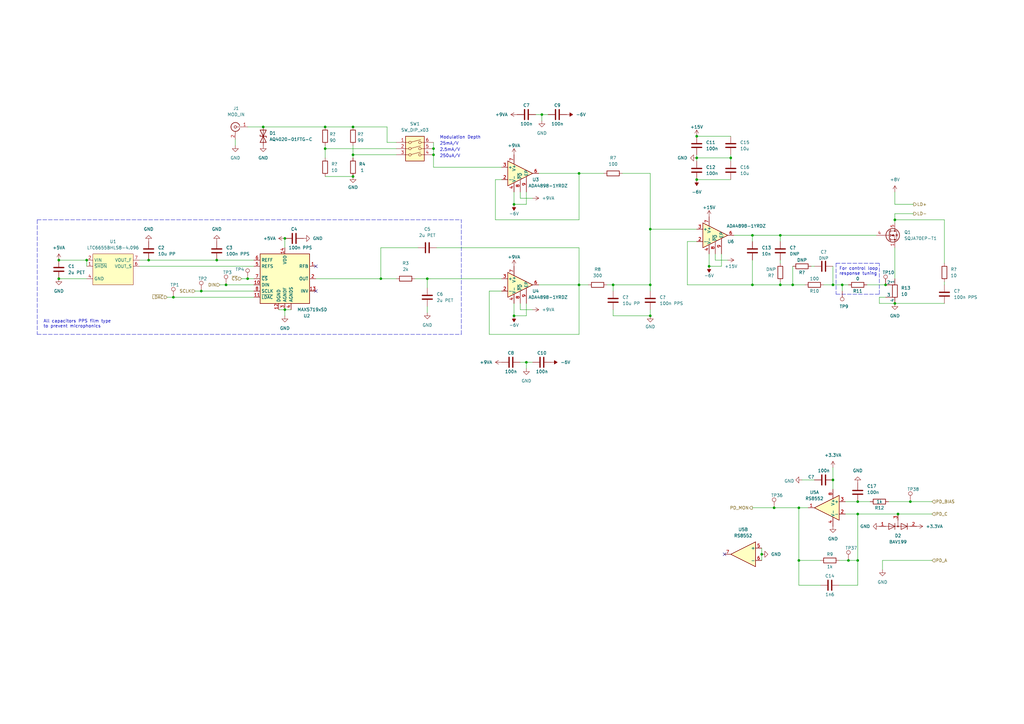
<source format=kicad_sch>
(kicad_sch (version 20211123) (generator eeschema)
  (paper "A3")
  (title_block (title "Kirdy") (date "2022-07-03") (rev "r0.1") (company "M-Labs") (comment 1 "Alex Wong Tat Hang"))
  (lib_symbols
    (symbol "Amplifier_Operational:ADA4898-1YRDZ" (pin_names (offset 0.127))
      (property "Reference" "U" (at 3.81 3.81 0))
      (property "Value" "ADA4898-1YRDZ" (at 11.43 -2.54 0))
      (symbol "ADA4898-1YRDZ_1_1"
        (polyline (pts (xy -5.08 5.08) (xy 5.08 0) (xy -5.08 -5.08) (xy -5.08 5.08)) (stroke (width 0.254)) (fill (type background)))
        (pin input line (at -7.62 -2.54 0) (length 2.54) (name "-") (number "2"))
        (pin input line (at -7.62 2.54 0) (length 2.54) (name "+") (number "3"))
        (pin power_in line (at -2.54 -7.62 90) (length 3.81) (name "V-") (number "4"))
        (pin output line (at 7.62 0 180) (length 2.54) (name "~") (number "6"))
        (pin power_in line (at -2.54 7.62 270) (length 3.81) (name "V+") (number "7"))
        (pin input line (at 0 -7.62 90) (length 5.08) (name "~{PD}") (number "8"))
        (pin passive line (at 2.54 -7.62 90) (length 6.35) (name "EP") (number "9"))
      )
    )
    (symbol "Analog_DAC:MAX5719xSD"
      (property "Reference" "U" (at -10.16 11.43 0))
      (property "Value" "MAX5719xSD" (at 1.27 11.43 0))
      (symbol "MAX5719xSD_0_1"
        (rectangle (start -10.16 10.16) (end 10.16 -10.16) (stroke (width 0.254)) (fill (type background)))
      )
      (symbol "MAX5719xSD_1_1"
        (pin passive line (at 12.7 5.08 180) (length 2.54) (name "RFB") (number "1"))
        (pin input line (at -12.7 -2.54 0) (length 2.54) (name "DIN") (number "10"))
        (pin input line (at -12.7 -7.62 0) (length 2.54) (name "~{LDAC}") (number "11"))
        (pin power_in line (at -2.54 -12.7 90) (length 2.54) (name "DGND") (number "12"))
        (pin passive line (at 12.7 -5.08 180) (length 2.54) (name "INV") (number "13"))
        (pin power_in line (at 0 12.7 270) (length 2.54) (name "VDD") (number "14"))
        (pin output line (at 12.7 0 180) (length 2.54) (name "OUT") (number "2"))
        (pin power_in line (at 0 -12.7 90) (length 2.54) (name "AGNDF") (number "3"))
        (pin power_in line (at 2.54 -12.7 90) (length 2.54) (name "AGNDS") (number "4"))
        (pin input line (at -12.7 5.08 0) (length 2.54) (name "REFS") (number "5"))
        (pin input line (at -12.7 7.62 0) (length 2.54) (name "REFF") (number "6"))
        (pin input line (at -12.7 0 0) (length 2.54) (name "~{CS}") (number "7"))
        (pin input line (at -12.7 -5.08 0) (length 2.54) (name "SCLK") (number "8"))
        (pin no_connect line (at 10.16 -7.62 180) (length 2.54) hide (name "NC") (number "9"))
      )
    )
    (symbol "Connector:Conn_Coaxial" (pin_names (offset 1.016) hide)
      (property "Reference" "J" (at 0.254 3.048 0))
      (property "Value" "Conn_Coaxial" (at 2.921 0 90))
      (symbol "Conn_Coaxial_0_1"
        (arc (start -1.778 -0.508) (mid 0.222 -1.808) (end 1.778 0) (stroke (width 0.254)))
        (polyline (pts (xy -2.54 0) (xy -0.508 0)))
        (polyline (pts (xy 0 -2.54) (xy 0 -1.778)))
        (circle (center 0 0) (radius 0.508) (stroke (width 0.2032)))
        (arc (start 1.778 0) (mid 0.222 1.8083) (end -1.778 0.508) (stroke (width 0.254)))
      )
      (symbol "Conn_Coaxial_1_1"
        (pin passive line (at -5.08 0 0) (length 2.54) (name "In") (number "1"))
        (pin passive line (at 0 -5.08 90) (length 2.54) (name "Ext") (number "2"))
      )
    )
    (symbol "Connector:TestPoint" (pin_numbers hide) (pin_names (offset 0.762) hide)
      (property "Reference" "TP" (at 0 6.858 0))
      (property "Value" "TestPoint" (at 0 5.08 0))
      (symbol "TestPoint_0_1"
        (circle (center 0 3.302) (radius 0.762))
      )
      (symbol "TestPoint_1_1"
        (pin passive line (at 0 0 90) (length 2.54) (name "1") (number "1"))
      )
    )
    (symbol "Device:C" (pin_numbers hide) (pin_names (offset 0.254))
      (property "Reference" "C" (at 0.635 2.54 0))
      (property "Value" "C" (at 0.635 -2.54 0))
      (symbol "C_0_1"
        (polyline (pts (xy -2.032 -0.762) (xy 2.032 -0.762)) (stroke (width 0.508)))
        (polyline (pts (xy -2.032 0.762) (xy 2.032 0.762)) (stroke (width 0.508)))
      )
      (symbol "C_1_1"
        (pin passive line (at 0 3.81 270) (length 2.794) (name "~") (number "1"))
        (pin passive line (at 0 -3.81 90) (length 2.794) (name "~") (number "2"))
      )
    )
    (symbol "Device:D_TVS" (pin_numbers hide) (pin_names (offset 1.016) hide)
      (property "Reference" "D" (at 0 2.54 0))
      (property "Value" "D_TVS" (at 0 -2.54 0))
      (symbol "D_TVS_0_1"
        (polyline (pts (xy 1.27 0) (xy -1.27 0)))
        (polyline (pts (xy 0.508 1.27) (xy 0 1.27) (xy 0 -1.27) (xy -0.508 -1.27)) (stroke (width 0.254)))
        (polyline (pts (xy -2.54 1.27) (xy -2.54 -1.27) (xy 2.54 1.27) (xy 2.54 -1.27) (xy -2.54 1.27)) (stroke (width 0.254)))
      )
      (symbol "D_TVS_1_1"
        (pin passive line (at -3.81 0 0) (length 2.54) (name "A1") (number "1"))
        (pin passive line (at 3.81 0 180) (length 2.54) (name "A2") (number "2"))
      )
    )
    (symbol "Device:R" (pin_numbers hide) (pin_names (offset 0))
      (property "Reference" "R" (at 2.032 0 90))
      (property "Value" "R" (at 0 0 90))
      (symbol "R_0_1"
        (rectangle (start -1.016 -2.54) (end 1.016 2.54) (stroke (width 0.254)))
      )
      (symbol "R_1_1"
        (pin passive line (at 0 3.81 270) (length 1.27) (name "~") (number "1"))
        (pin passive line (at 0 -3.81 90) (length 1.27) (name "~") (number "2"))
      )
    )
    (symbol "Device:R_Shunt" (pin_numbers hide) (pin_names (offset 0))
      (property "Reference" "R" (at -4.445 0 90))
      (property "Value" "R_Shunt" (at -2.54 0 90))
      (symbol "R_Shunt_0_1"
        (rectangle (start -1.016 -2.54) (end 1.016 2.54) (stroke (width 0.254)))
        (polyline (pts (xy 0 -2.54) (xy 1.27 -2.54)))
        (polyline (pts (xy 1.27 2.54) (xy 0 2.54)))
      )
      (symbol "R_Shunt_1_1"
        (pin passive line (at 0 5.08 270) (length 2.54) (name "1") (number "1"))
        (pin passive line (at 3.81 2.54 180) (length 2.54) (name "2") (number "2"))
        (pin passive line (at 3.81 -2.54 180) (length 2.54) (name "3") (number "3"))
        (pin passive line (at 0 -5.08 90) (length 2.54) (name "4") (number "4"))
      )
    )
    (symbol "Diode:BAV99" (pin_names hide)
      (property "Reference" "D" (at 0 5.08 0))
      (property "Value" "BAV99" (at 0 2.54 0))
      (symbol "BAV99_0_1"
        (polyline (pts (xy -5.08 0) (xy 5.08 0)))
      )
      (symbol "BAV99_1_1"
        (polyline (pts (xy 0 0) (xy 0 -2.54)))
        (polyline (pts (xy -1.27 -1.27) (xy -1.27 1.27) (xy -1.27 1.27)) (stroke (width 0.2032)))
        (polyline (pts (xy 3.81 1.27) (xy 3.81 -1.27) (xy 3.81 -1.27)) (stroke (width 0.2032)))
        (polyline (pts (xy -3.81 1.27) (xy -1.27 0) (xy -3.81 -1.27) (xy -3.81 1.27) (xy -3.81 1.27) (xy -3.81 1.27)) (stroke (width 0.2032)))
        (polyline (pts (xy 1.27 1.27) (xy 3.81 0) (xy 1.27 -1.27) (xy 1.27 1.27) (xy 1.27 1.27) (xy 1.27 1.27)) (stroke (width 0.2032)))
        (circle (center 0 0) (radius 0.254) (fill (type outline)))
        (pin passive line (at -7.62 0 0) (length 2.54) (name "K") (number "1"))
        (pin passive line (at 7.62 0 180) (length 2.54) (name "A") (number "2"))
        (pin passive line (at 0 -5.08 90) (length 2.54) (name "K") (number "3"))
      )
    )
    (symbol "Switch:SW_DIP_x03" (pin_names (offset 0) hide)
      (property "Reference" "SW" (at 0 8.89 0))
      (property "Value" "SW_DIP_x03" (at 0 -3.81 0))
      (symbol "SW_DIP_x03_0_0"
        (circle (center -2.032 0) (radius 0.508))
        (circle (center -2.032 2.54) (radius 0.508))
        (circle (center -2.032 5.08) (radius 0.508))
        (polyline (pts (xy -1.524 0.127) (xy 2.3622 1.1684)))
        (polyline (pts (xy -1.524 2.667) (xy 2.3622 3.7084)))
        (polyline (pts (xy -1.524 5.207) (xy 2.3622 6.2484)))
        (circle (center 2.032 0) (radius 0.508))
        (circle (center 2.032 2.54) (radius 0.508))
        (circle (center 2.032 5.08) (radius 0.508))
      )
      (symbol "SW_DIP_x03_0_1"
        (rectangle (start -3.81 7.62) (end 3.81 -2.54) (stroke (width 0.254)) (fill (type background)))
      )
      (symbol "SW_DIP_x03_1_1"
        (pin passive line (at -7.62 5.08 0) (length 5.08) (name "~") (number "1"))
        (pin passive line (at -7.62 2.54 0) (length 5.08) (name "~") (number "2"))
        (pin passive line (at -7.62 0 0) (length 5.08) (name "~") (number "3"))
        (pin passive line (at 7.62 0 180) (length 5.08) (name "~") (number "4"))
        (pin passive line (at 7.62 2.54 180) (length 5.08) (name "~") (number "5"))
        (pin passive line (at 7.62 5.08 180) (length 5.08) (name "~") (number "6"))
      )
    )
    (symbol "Transistor_FET:CSD17507Q5A" (pin_names hide)
      (property "Reference" "Q" (at 5.08 1.905 0))
      (property "Value" "CSD17507Q5A" (at 5.08 0 0))
      (symbol "CSD17507Q5A_0_1"
        (polyline (pts (xy 0.254 0) (xy -2.54 0)))
        (polyline (pts (xy 0.254 1.905) (xy 0.254 -1.905)) (stroke (width 0.254)))
        (polyline (pts (xy 0.762 -1.27) (xy 0.762 -2.286)) (stroke (width 0.254)))
        (polyline (pts (xy 0.762 0.508) (xy 0.762 -0.508)) (stroke (width 0.254)))
        (polyline (pts (xy 0.762 2.286) (xy 0.762 1.27)) (stroke (width 0.254)))
        (polyline (pts (xy 2.54 2.54) (xy 2.54 1.778)))
        (polyline (pts (xy 2.54 -2.54) (xy 2.54 0) (xy 0.762 0)))
        (polyline (pts (xy 0.762 -1.778) (xy 3.302 -1.778) (xy 3.302 1.778) (xy 0.762 1.778)))
        (polyline (pts (xy 1.016 0) (xy 2.032 0.381) (xy 2.032 -0.381) (xy 1.016 0)) (fill (type outline)))
        (polyline (pts (xy 2.794 0.508) (xy 2.921 0.381) (xy 3.683 0.381) (xy 3.81 0.254)))
        (polyline (pts (xy 3.302 0.381) (xy 2.921 -0.254) (xy 3.683 -0.254) (xy 3.302 0.381)))
        (circle (center 1.651 0) (radius 2.794) (stroke (width 0.254)))
        (circle (center 2.54 -1.778) (radius 0.254) (fill (type outline)))
        (circle (center 2.54 1.778) (radius 0.254) (fill (type outline)))
      )
      (symbol "CSD17507Q5A_1_1"
        (pin passive line (at 2.54 -5.08 90) (length 2.54) (name "S") (number "1"))
        (pin passive line (at 2.54 -5.08 90) (length 2.54) hide (name "S") (number "2"))
        (pin passive line (at 2.54 -5.08 90) (length 2.54) hide (name "S") (number "3"))
        (pin passive line (at -5.08 0 0) (length 2.54) (name "G") (number "4"))
        (pin passive line (at 2.54 5.08 270) (length 2.54) (name "D") (number "5"))
      )
    )
    (symbol "kirdy:LTC6655"
      (property "Reference" "U" (at 0 -10.16 0))
      (property "Value" "LTC6655" (at 0 -7.62 0))
      (symbol "LTC6655_0_0"
        (pin input line (at -10.16 2.54 0) (length 2.54) (name "~{SHDN}") (number "1"))
        (pin power_in line (at -10.16 5.08 0) (length 2.54) (name "VIN") (number "2"))
        (pin power_in line (at -10.16 -2.54 0) (length 2.54) hide (name "GND") (number "3"))
        (pin power_in line (at -10.16 -2.54 0) (length 2.54) (name "GND") (number "4"))
        (pin power_in line (at -10.16 -2.54 0) (length 2.54) hide (name "GND") (number "5"))
        (pin passive line (at 11.43 2.54 180) (length 2.54) (name "VOUT_S") (number "6"))
        (pin output line (at 11.43 5.08 180) (length 2.54) (name "VOUT_F") (number "7"))
        (pin power_in line (at -10.16 -2.54 0) (length 2.54) hide (name "GND") (number "8"))
      )
      (symbol "LTC6655_0_1"
        (rectangle (start -7.62 7.62) (end 8.89 -5.08) (fill (type background)))
      )
    )
    (symbol "kirdy:RS8552" (pin_names (offset 0.127))
      (property "Reference" "U" (at 0 5.08 0))
      (property "Value" "RS8552" (at 0 -5.08 0))
      (symbol "RS8552_1_1"
        (polyline (pts (xy -5.08 5.08) (xy 5.08 0) (xy -5.08 -5.08) (xy -5.08 5.08)) (stroke (width 0.254)) (fill (type background)))
        (pin output line (at 7.62 0 180) (length 2.54) (name "~") (number "1"))
        (pin input line (at -7.62 -2.54 0) (length 2.54) (name "-") (number "2"))
        (pin input line (at -7.62 2.54 0) (length 2.54) (name "+") (number "3"))
      )
      (symbol "RS8552_2_1"
        (polyline (pts (xy -5.08 5.08) (xy 5.08 0) (xy -5.08 -5.08) (xy -5.08 5.08)) (stroke (width 0.254)) (fill (type background)))
        (pin input line (at -7.62 2.54 0) (length 2.54) (name "+") (number "5"))
        (pin input line (at -7.62 -2.54 0) (length 2.54) (name "-") (number "6"))
        (pin output line (at 7.62 0 180) (length 2.54) (name "~") (number "7"))
      )
      (symbol "RS8552_3_1"
        (pin power_in line (at -2.54 -7.62 90) (length 3.81) (name "V-") (number "4"))
        (pin power_in line (at -2.54 7.62 270) (length 3.81) (name "V+") (number "8"))
      )
    )
    (symbol "power:+15V" (power) (pin_names (offset 0))
      (property "Value" "+15V" (at 0 3.556 0))
      (symbol "+15V_0_1"
        (polyline (pts (xy -0.762 1.27) (xy 0 2.54)))
        (polyline (pts (xy 0 0) (xy 0 2.54)))
        (polyline (pts (xy 0 2.54) (xy 0.762 1.27)))
      )
      (symbol "+15V_1_1"
        (pin power_in line (at 0 0 90) (length 0) hide (name "+15V") (number "1"))
      )
    )
    (symbol "power:+3.3VA" (power) (pin_names (offset 0))
      (property "Value" "+3.3VA" (at 0 3.556 0))
      (symbol "+3.3VA_0_1"
        (polyline (pts (xy -0.762 1.27) (xy 0 2.54)))
        (polyline (pts (xy 0 0) (xy 0 2.54)))
        (polyline (pts (xy 0 2.54) (xy 0.762 1.27)))
      )
      (symbol "+3.3VA_1_1"
        (pin power_in line (at 0 0 90) (length 0) hide (name "+3.3VA") (number "1"))
      )
    )
    (symbol "power:+5VA" (power) (pin_names (offset 0))
      (property "Value" "+5VA" (at 0 3.556 0))
      (symbol "+5VA_0_1"
        (polyline (pts (xy -0.762 1.27) (xy 0 2.54)))
        (polyline (pts (xy 0 0) (xy 0 2.54)))
        (polyline (pts (xy 0 2.54) (xy 0.762 1.27)))
      )
      (symbol "+5VA_1_1"
        (pin power_in line (at 0 0 90) (length 0) hide (name "+5VA") (number "1"))
      )
    )
    (symbol "power:+8V" (power) (pin_names (offset 0))
      (property "Value" "+8V" (at 0 3.556 0))
      (symbol "+8V_0_1"
        (polyline (pts (xy -0.762 1.27) (xy 0 2.54)))
        (polyline (pts (xy 0 0) (xy 0 2.54)))
        (polyline (pts (xy 0 2.54) (xy 0.762 1.27)))
      )
      (symbol "+8V_1_1"
        (pin power_in line (at 0 0 90) (length 0) hide (name "+8V") (number "1"))
      )
    )
    (symbol "power:+9VA" (power) (pin_names (offset 0))
      (property "Value" "+9VA" (at 0 3.81 0))
      (symbol "+9VA_0_1"
        (polyline (pts (xy -0.762 1.27) (xy 0 2.54)))
        (polyline (pts (xy 0 0) (xy 0 2.54)))
        (polyline (pts (xy 0 2.54) (xy 0.762 1.27)))
      )
      (symbol "+9VA_1_1"
        (pin power_in line (at 0 0 90) (length 0) hide (name "+9VA") (number "1"))
      )
    )
    (symbol "power:-6V" (power) (pin_names (offset 0))
      (property "Value" "-6V" (at 0 3.81 0))
      (symbol "-6V_0_0"
        (pin power_in line (at 0 0 90) (length 0) hide (name "-6V") (number "1"))
      )
      (symbol "-6V_0_1"
        (polyline (pts (xy 0 0) (xy 0 1.27) (xy 0.762 1.27) (xy 0 2.54) (xy -0.762 1.27) (xy 0 1.27)) (fill (type outline)))
      )
    )
    (symbol "power:GND" (power) (pin_names (offset 0))
      (property "Value" "GND" (at 0 -3.81 0))
      (symbol "GND_0_1"
        (polyline (pts (xy 0 0) (xy 0 -1.27) (xy 1.27 -1.27) (xy 0 -2.54) (xy -1.27 -1.27) (xy 0 -1.27)))
      )
      (symbol "GND_1_1"
        (pin power_in line (at 0 0 270) (length 0) hide (name "GND") (number "1"))
      )
    )
  )
  (junction (at 290.83 109.22))
  (junction (at 144.78 72.39))
  (junction (at 237.49 71.12))
  (junction (at 363.22 116.84))
  (junction (at 285.75 64.77))
  (junction (at 347.98 229.87))
  (junction (at 351.79 205.74))
  (junction (at 266.7 116.84))
  (junction (at 116.84 97.79))
  (junction (at 308.61 96.52))
  (junction (at 367.03 90.17))
  (junction (at 107.95 52.07))
  (junction (at 222.25 46.99))
  (junction (at 177.8 63.5))
  (junction (at 351.79 229.87))
  (junction (at 215.9 148.59))
  (junction (at 320.04 116.84))
  (junction (at 285.75 55.88))
  (junction (at 210.82 129.54))
  (junction (at 144.78 52.07))
  (junction (at 92.71 116.84))
  (junction (at 237.49 116.84))
  (junction (at 266.7 93.98))
  (junction (at 210.82 83.82))
  (junction (at 345.44 116.84))
  (junction (at 308.61 116.84))
  (junction (at 156.21 114.3))
  (junction (at 320.04 96.52))
  (junction (at 133.35 52.07))
  (junction (at 373.38 205.74))
  (junction (at 327.66 208.28))
  (junction (at 312.42 227.33))
  (junction (at 351.79 210.82))
  (junction (at 175.26 114.3))
  (junction (at 60.96 106.68))
  (junction (at 299.72 64.77))
  (junction (at 317.5 208.28))
  (junction (at 35.56 106.68))
  (junction (at 251.46 116.84))
  (junction (at 266.7 129.54))
  (junction (at 367.03 124.46))
  (junction (at 285.75 73.66))
  (junction (at 88.9 106.68))
  (junction (at 368.3 210.82))
  (junction (at 24.13 114.3))
  (junction (at 133.35 60.96))
  (junction (at 327.66 229.87))
  (junction (at 82.55 119.38))
  (junction (at 325.12 116.84))
  (junction (at 341.63 196.85))
  (junction (at 71.12 121.92))
  (junction (at 144.78 63.5))
  (junction (at 116.84 127))
  (junction (at 101.5611 114.3))
  (junction (at 24.13 106.68))
  (junction (at 177.8 60.96))
  (junction (at 341.63 116.84))
  (no_connect (at 129.54 119.38))
  (no_connect (at 297.18 227.33))
  (no_connect (at 129.54 109.22))
  (wire (pts (xy 175.26 125.73) (xy 175.26 128.27)))
  (wire (pts (xy 101.5611 114.3) (xy 104.14 114.3)))
  (wire (pts (xy 308.61 208.28) (xy 317.5 208.28)))
  (wire (pts (xy 35.56 106.68) (xy 35.56 109.22)))
  (wire (pts (xy 220.98 116.84) (xy 237.49 116.84)))
  (wire (pts (xy 177.8 60.96) (xy 177.8 63.5)))
  (wire (pts (xy 237.49 116.84) (xy 241.3 116.84)))
  (wire (pts (xy 368.3 210.82) (xy 382.27 210.82)))
  (wire (pts (xy 133.35 72.39) (xy 144.78 72.39)))
  (wire (pts (xy 355.6 116.84) (xy 363.22 116.84)))
  (wire (pts (xy 308.61 96.52) (xy 320.04 96.52)))
  (wire (pts (xy 347.98 229.87) (xy 351.79 229.87)))
  (wire (pts (xy 351.79 229.87) (xy 351.79 210.82)))
  (wire (pts (xy 345.44 119.38) (xy 345.44 116.84)))
  (wire (pts (xy 285.75 64.77) (xy 285.75 66.04)))
  (wire (pts (xy 367.03 91.44) (xy 367.03 90.17)))
  (wire (pts (xy 179.07 101.6) (xy 237.49 101.6)))
  (wire (pts (xy 158.75 58.42) (xy 162.56 58.42)))
  (wire (pts (xy 387.35 107.95) (xy 387.35 90.17)))
  (wire (pts (xy 96.52 59.69) (xy 96.52 57.15)))
  (wire (pts (xy 266.7 119.38) (xy 266.7 116.84)))
  (wire (pts (xy 308.61 96.52) (xy 308.61 99.06)))
  (wire (pts (xy 300.99 96.52) (xy 308.61 96.52)))
  (wire (pts (xy 213.36 127) (xy 218.44 127)))
  (wire (pts (xy 248.92 116.84) (xy 251.46 116.84)))
  (wire (pts (xy 144.78 59.69) (xy 144.78 63.5)))
  (wire (pts (xy 387.35 115.57) (xy 387.35 116.84)))
  (wire (pts (xy 320.04 96.52) (xy 359.41 96.52)))
  (wire (pts (xy 101.6 52.07) (xy 107.95 52.07)))
  (polyline (pts (xy 342.9 120.65) (xy 360.68 120.65)))
  (wire (pts (xy 80.01 119.38) (xy 82.55 119.38)))
  (wire (pts (xy 82.55 119.38) (xy 104.14 119.38)))
  (wire (pts (xy 361.95 229.87) (xy 382.27 229.87)))
  (wire (pts (xy 293.37 106.68) (xy 298.45 106.68)))
  (polyline (pts (xy 342.9 107.95) (xy 360.68 107.95)))
  (wire (pts (xy 360.68 121.92) (xy 360.68 124.46)))
  (wire (pts (xy 177.8 58.42) (xy 177.8 60.96)))
  (wire (pts (xy 320.04 106.68) (xy 320.04 107.95)))
  (wire (pts (xy 327.66 229.87) (xy 327.66 208.28)))
  (wire (pts (xy 60.96 106.68) (xy 88.9 106.68)))
  (wire (pts (xy 90.17 116.84) (xy 92.71 116.84)))
  (wire (pts (xy 133.35 59.69) (xy 133.35 60.96)))
  (wire (pts (xy 220.98 71.12) (xy 237.49 71.12)))
  (wire (pts (xy 222.25 46.99) (xy 222.25 49.53)))
  (wire (pts (xy 251.46 116.84) (xy 266.7 116.84)))
  (wire (pts (xy 237.49 90.17) (xy 237.49 71.12)))
  (wire (pts (xy 99.06 114.3) (xy 101.5611 114.3)))
  (wire (pts (xy 175.26 114.3) (xy 205.74 114.3)))
  (wire (pts (xy 170.18 114.3) (xy 175.26 114.3)))
  (wire (pts (xy 320.04 96.52) (xy 320.04 99.06)))
  (wire (pts (xy 237.49 137.16) (xy 237.49 116.84)))
  (wire (pts (xy 336.55 240.03) (xy 327.66 240.03)))
  (wire (pts (xy 367.03 87.63) (xy 374.65 87.63)))
  (wire (pts (xy 266.7 129.54) (xy 266.7 127)))
  (wire (pts (xy 57.15 109.22) (xy 104.14 109.22)))
  (wire (pts (xy 144.78 63.5) (xy 162.56 63.5)))
  (wire (pts (xy 299.72 64.77) (xy 285.75 64.77)))
  (wire (pts (xy 222.25 46.99) (xy 224.79 46.99)))
  (wire (pts (xy 200.66 119.38) (xy 200.66 137.16)))
  (wire (pts (xy 215.9 83.82) (xy 215.9 78.74)))
  (wire (pts (xy 210.82 78.74) (xy 210.82 83.82)))
  (wire (pts (xy 215.9 129.54) (xy 215.9 124.46)))
  (wire (pts (xy 156.21 101.6) (xy 156.21 114.3)))
  (wire (pts (xy 71.12 121.92) (xy 104.14 121.92)))
  (wire (pts (xy 373.38 205.74) (xy 382.27 205.74)))
  (wire (pts (xy 171.45 101.6) (xy 156.21 101.6)))
  (polyline (pts (xy 15.24 90.17) (xy 189.23 90.17)))
  (wire (pts (xy 367.03 124.46) (xy 387.35 124.46)))
  (wire (pts (xy 361.95 233.68) (xy 361.95 229.87)))
  (wire (pts (xy 215.9 148.59) (xy 218.44 148.59)))
  (wire (pts (xy 107.95 52.07) (xy 133.35 52.07)))
  (wire (pts (xy 325.12 109.22) (xy 325.12 116.84)))
  (wire (pts (xy 213.36 78.74) (xy 213.36 81.28)))
  (wire (pts (xy 133.35 52.07) (xy 144.78 52.07)))
  (wire (pts (xy 210.82 83.82) (xy 215.9 83.82)))
  (wire (pts (xy 213.36 148.59) (xy 215.9 148.59)))
  (wire (pts (xy 341.63 116.84) (xy 345.44 116.84)))
  (wire (pts (xy 266.7 71.12) (xy 266.7 93.98)))
  (wire (pts (xy 290.83 109.22) (xy 295.91 109.22)))
  (wire (pts (xy 219.71 46.99) (xy 222.25 46.99)))
  (wire (pts (xy 205.74 73.66) (xy 203.2 73.66)))
  (polyline (pts (xy 360.68 120.65) (xy 360.68 107.95)))
  (wire (pts (xy 360.68 121.92) (xy 363.22 121.92)))
  (wire (pts (xy 317.5 208.28) (xy 327.66 208.28)))
  (wire (pts (xy 344.17 229.87) (xy 347.98 229.87)))
  (wire (pts (xy 57.15 106.68) (xy 60.96 106.68)))
  (wire (pts (xy 200.66 137.16) (xy 237.49 137.16)))
  (wire (pts (xy 213.36 124.46) (xy 213.36 127)))
  (wire (pts (xy 129.54 114.3) (xy 156.21 114.3)))
  (wire (pts (xy 88.9 106.68) (xy 104.14 106.68)))
  (wire (pts (xy 337.82 116.84) (xy 341.63 116.84)))
  (wire (pts (xy 364.49 205.74) (xy 373.38 205.74)))
  (wire (pts (xy 255.27 71.12) (xy 266.7 71.12)))
  (wire (pts (xy 24.13 106.68) (xy 35.56 106.68)))
  (wire (pts (xy 341.63 191.77) (xy 341.63 196.85)))
  (wire (pts (xy 24.13 114.3) (xy 35.56 114.3)))
  (wire (pts (xy 346.71 205.74) (xy 351.79 205.74)))
  (wire (pts (xy 387.35 90.17) (xy 367.03 90.17)))
  (wire (pts (xy 210.82 129.54) (xy 215.9 129.54)))
  (wire (pts (xy 144.78 63.5) (xy 144.78 64.77)))
  (wire (pts (xy 290.83 104.14) (xy 290.83 109.22)))
  (polyline (pts (xy 15.24 90.17) (xy 15.24 137.16)))
  (wire (pts (xy 345.44 116.84) (xy 347.98 116.84)))
  (wire (pts (xy 133.35 60.96) (xy 162.56 60.96)))
  (wire (pts (xy 281.94 116.84) (xy 281.94 99.06)))
  (wire (pts (xy 327.66 240.03) (xy 327.66 229.87)))
  (wire (pts (xy 116.84 97.79) (xy 116.84 101.6)))
  (wire (pts (xy 293.37 104.14) (xy 293.37 106.68)))
  (wire (pts (xy 177.8 68.58) (xy 205.74 68.58)))
  (wire (pts (xy 327.66 229.87) (xy 336.55 229.87)))
  (polyline (pts (xy 342.9 107.95) (xy 342.9 120.65)))
  (wire (pts (xy 237.49 71.12) (xy 247.65 71.12)))
  (wire (pts (xy 351.79 205.74) (xy 356.87 205.74)))
  (wire (pts (xy 325.12 116.84) (xy 330.2 116.84)))
  (wire (pts (xy 312.42 224.79) (xy 312.42 227.33)))
  (wire (pts (xy 367.03 83.82) (xy 374.65 83.82)))
  (wire (pts (xy 308.61 116.84) (xy 281.94 116.84)))
  (wire (pts (xy 266.7 116.84) (xy 266.7 93.98)))
  (wire (pts (xy 203.2 90.17) (xy 237.49 90.17)))
  (wire (pts (xy 114.3 127) (xy 116.84 127)))
  (wire (pts (xy 312.42 227.33) (xy 312.42 229.87)))
  (wire (pts (xy 266.7 93.98) (xy 285.75 93.98)))
  (wire (pts (xy 68.58 121.92) (xy 71.12 121.92)))
  (wire (pts (xy 156.21 114.3) (xy 162.56 114.3)))
  (wire (pts (xy 213.36 81.28) (xy 218.44 81.28)))
  (polyline (pts (xy 15.24 137.16) (xy 189.23 137.16)))
  (wire (pts (xy 251.46 127) (xy 251.46 129.54)))
  (wire (pts (xy 320.04 115.57) (xy 320.04 116.84)))
  (wire (pts (xy 367.03 90.17) (xy 367.03 87.63)))
  (wire (pts (xy 328.93 196.85) (xy 334.01 196.85)))
  (wire (pts (xy 344.17 240.03) (xy 351.79 240.03)))
  (wire (pts (xy 210.82 124.46) (xy 210.82 129.54)))
  (wire (pts (xy 341.63 196.85) (xy 341.63 200.66)))
  (wire (pts (xy 251.46 119.38) (xy 251.46 116.84)))
  (wire (pts (xy 346.71 210.82) (xy 351.79 210.82)))
  (wire (pts (xy 341.63 109.22) (xy 341.63 116.84)))
  (wire (pts (xy 351.79 240.03) (xy 351.79 229.87)))
  (wire (pts (xy 327.66 208.28) (xy 331.47 208.28)))
  (wire (pts (xy 299.72 63.5) (xy 299.72 64.77)))
  (wire (pts (xy 367.03 78.74) (xy 367.03 83.82)))
  (wire (pts (xy 332.74 109.22) (xy 334.01 109.22)))
  (wire (pts (xy 92.71 116.84) (xy 104.14 116.84)))
  (wire (pts (xy 133.35 60.96) (xy 133.35 64.77)))
  (wire (pts (xy 116.84 127) (xy 116.84 129.54)))
  (wire (pts (xy 237.49 101.6) (xy 237.49 116.84)))
  (wire (pts (xy 299.72 64.77) (xy 299.72 66.04)))
  (wire (pts (xy 175.26 114.3) (xy 175.26 118.11)))
  (wire (pts (xy 177.8 63.5) (xy 177.8 68.58)))
  (wire (pts (xy 144.78 52.07) (xy 158.75 52.07)))
  (wire (pts (xy 360.68 124.46) (xy 367.03 124.46)))
  (wire (pts (xy 205.74 119.38) (xy 200.66 119.38)))
  (wire (pts (xy 285.75 63.5) (xy 285.75 64.77)))
  (wire (pts (xy 251.46 129.54) (xy 266.7 129.54)))
  (wire (pts (xy 285.75 55.88) (xy 299.72 55.88)))
  (wire (pts (xy 351.79 210.82) (xy 368.3 210.82)))
  (wire (pts (xy 308.61 116.84) (xy 320.04 116.84)))
  (wire (pts (xy 285.75 73.66) (xy 299.72 73.66)))
  (wire (pts (xy 367.03 101.6) (xy 367.03 114.3)))
  (wire (pts (xy 158.75 52.07) (xy 158.75 58.42)))
  (wire (pts (xy 295.91 109.22) (xy 295.91 104.14)))
  (wire (pts (xy 308.61 106.68) (xy 308.61 116.84)))
  (wire (pts (xy 215.9 148.59) (xy 215.9 151.13)))
  (wire (pts (xy 320.04 116.84) (xy 325.12 116.84)))
  (polyline (pts (xy 189.23 137.16) (xy 189.23 90.17)))
  (wire (pts (xy 116.84 127) (xy 119.38 127)))
  (wire (pts (xy 203.2 73.66) (xy 203.2 90.17)))
  (wire (pts (xy 281.94 99.06) (xy 285.75 99.06)))
  (text "250uA/V" (at 180.34 64.77 0) (effects (font (size 1.27 1.27)) (justify left bottom)))
  (text "All capacitors PPS film type\nto prevent microphonics " (at 17.78 134.62 0) (effects (font (size 1.27 1.27)) (justify left bottom)))
  (text "2.5mA/V" (at 180.34 62.23 0) (effects (font (size 1.27 1.27)) (justify left bottom)))
  (text "For control loop\nresponse tuning" (at 344.17 113.03 0) (effects (font (size 1.27 1.27)) (justify left bottom)))
  (text "25mA/V" (at 180.34 59.69 0) (effects (font (size 1.27 1.27)) (justify left bottom)))
  (text "Modulation Depth" (at 180.34 57.15 0) (effects (font (size 1.27 1.27)) (justify left bottom)))
  (hierarchical_label "~{LDAC}" (shape input) (at 68.58 121.92 180))
  (hierarchical_label "PD_BIAS" (shape input) (at 382.27 205.74 0))
  (hierarchical_label "LD+" (shape output) (at 374.65 83.82 0))
  (hierarchical_label "SCLK" (shape input) (at 80.01 119.38 180))
  (hierarchical_label "PD_MON" (shape output) (at 308.61 208.28 180))
  (hierarchical_label "PD_C" (shape input) (at 382.27 210.82 0))
  (hierarchical_label "PD_A" (shape input) (at 382.27 229.87 0))
  (hierarchical_label "DIN" (shape input) (at 90.17 116.84 180))
  (hierarchical_label "LD-" (shape output) (at 374.65 87.63 0))
  (hierarchical_label "~{CS}" (shape input) (at 99.06 114.3 180))
  (symbol (lib_id "Connector:TestPoint") (at 363.22 116.84 0) (unit 1)
    (property "Reference" "TP10" (at 361.95 111.76 0) (effects (justify left)))
    (property "Value" "TestPoint" (effects hide))
    (property "Footprint" "TestPoint:TestPoint_Pad_2.0x2.0mm" (effects hide))
  )
  (symbol (lib_id "Device:C") (at 351.79 201.93 0) (unit 1)
    (property "Reference" "C17" (at 355.6 199.39 0) (effects (justify left)))
    (property "Value" "100n" (at 355.6 201.93 0) (effects (justify left)))
    (property "Footprint" "Capacitor_SMD:C_0603_1608Metric" (effects hide))
    (property "MFR_PN" "CL10B104KB8NNWC" (effects hide))
    (property "MFR_PN_ALT" "CL10B104KB8NNNL" (effects hide))
  )
  (symbol (lib_id "Device:R") (at 320.04 111.76 180) (unit 1)
    (property "Reference" "R?" (at 316.23 113.03 0))
    (property "Value" "DNP" (at 316.23 110.49 0))
    (property "Footprint" "Resistor_SMD:R_0603_1608Metric" (effects hide))
  )
  (symbol (lib_id "Diode:BAV99") (at 368.3 215.9 0) (mirror x) (unit 1)
    (property "Reference" "D2" (at 368.3 219.71 0))
    (property "Value" "BAV199" (at 368.3 222.25 0))
    (property "Footprint" "Package_TO_SOT_SMD:SOT-23" (effects hide))
    (property "Datasheet" "https://assets.nexperia.com/documents/data-sheet/BAV99_SER.pdf" (effects hide))
    (property "MFR_PN" "BAV199W-7" (effects hide))
    (property "MFR_PN_ALT" "BAV199E6327HTSA1" (effects hide))
  )
  (symbol (lib_id "Connector:TestPoint") (at 101.5611 114.3 0) (unit 1)
    (property "Reference" "TP4" (at 96.52 110.49 0) (effects (justify left)))
    (property "Value" "TestPoint" (effects hide))
    (property "Footprint" "TestPoint:TestPoint_Pad_2.0x2.0mm" (effects hide))
  )
  (symbol (lib_id "power:GND") (at 328.93 196.85 270) (unit 1)
    (property "Reference" "#PWR?" (effects hide))
    (property "Value" "GND" (at 325.7551 197.2838 90) (effects (justify right)))
  )
  (symbol (lib_id "power:GND") (at 360.68 215.9 270) (unit 1)
    (property "Reference" "#PWR036" (effects hide))
    (property "Value" "GND" (at 356.87 215.8999 90) (effects (justify right)))
  )
  (symbol (lib_id "power:-6V") (at 232.41 46.99 270) (unit 1)
    (property "Reference" "#PWR022" (effects hide))
    (property "Value" "-6V" (at 236.22 46.9899 90) (effects (justify left)))
  )
  (symbol (lib_id "Device:C") (at 175.26 101.6 90) (unit 1)
    (property "Reference" "C5" (at 175.26 93.98 90))
    (property "Value" "2u PET" (at 175.26 96.52 90))
    (property "Footprint" "Capacitor_SMD:C_1812_4532Metric" (effects hide))
    (property "MFR_PN" "35MU225MC14532" (effects hide))
  )
  (symbol (lib_id "power:+15V") (at 285.75 55.88 0) (unit 1)
    (property "Reference" "#PWR028" (effects hide))
    (property "Value" "+15V" (at 285.75 52.07 0))
  )
  (symbol (lib_id "Device:R") (at 351.79 116.84 90) (unit 1)
    (property "Reference" "R11" (at 351.79 119.38 90))
    (property "Value" "0" (at 351.79 114.3 90))
    (property "Footprint" "Resistor_SMD:R_0603_1608Metric" (effects hide))
    (property "MFR_PN" "RMCF0603ZT0R00" (effects hide))
    (property "MFR_PN_ALT" "CR0603-J/-000ELF" (effects hide))
  )
  (symbol (lib_id "power:-6V") (at 226.06 148.59 270) (unit 1)
    (property "Reference" "#PWR023" (effects hide))
    (property "Value" "-6V" (at 229.87 148.5899 90) (effects (justify left)))
  )
  (symbol (lib_id "Device:C") (at 228.6 46.99 90) (unit 1)
    (property "Reference" "C9" (at 228.6 43.18 90))
    (property "Value" "100n" (at 228.6 50.8 90))
    (property "Footprint" "Capacitor_SMD:C_0603_1608Metric" (effects hide))
    (property "MFR_PN" "CL10B104KB8NNWC" (effects hide))
    (property "MFR_PN_ALT" "CL10B104KB8NNNL" (effects hide))
  )
  (symbol (lib_id "power:GND") (at 351.79 198.12 180) (unit 1)
    (property "Reference" "#PWR033" (effects hide))
    (property "Value" "GND" (at 351.79 193.04 0))
  )
  (symbol (lib_id "Connector:TestPoint") (at 71.12 121.92 0) (unit 1)
    (property "Reference" "TP1" (at 69.85 116.84 0) (effects (justify left)))
    (property "Value" "TestPoint" (effects hide))
    (property "Footprint" "TestPoint:TestPoint_Pad_2.0x2.0mm" (effects hide))
  )
  (symbol (lib_id "power:+5VA") (at 24.13 106.68 0) (unit 1)
    (property "Reference" "#PWR01" (effects hide))
    (property "Value" "+5VA" (at 24.13 101.6 0))
  )
  (symbol (lib_id "Device:C") (at 299.72 69.85 0) (unit 1)
    (property "Reference" "C16" (at 303.53 68.5799 0) (effects (justify left)))
    (property "Value" "10u" (at 303.53 71.1199 0) (effects (justify left)))
    (property "Footprint" "Capacitor_SMD:C_0805_2012Metric" (effects hide))
    (property "MFR_PN" "CL21B106KOQNNNG" (effects hide))
    (property "MFR_PN_ALT" "CL21B106KOQNNNE" (effects hide))
  )
  (symbol (lib_id "Device:C") (at 60.96 102.87 0) (unit 1)
    (property "Reference" "C2" (at 64.77 101.5999 0) (effects (justify left)))
    (property "Value" "10u PP" (at 64.77 104.1399 0) (effects (justify left)))
    (property "Footprint" "Capacitor_SMD:C_1812_4532Metric" (effects hide))
    (property "MFR_PN" "16MU106MC44532" (effects hide))
  )
  (symbol (lib_id "Connector:TestPoint") (at 345.44 119.38 180) (unit 1)
    (property "Reference" "TP9" (at 347.98 125.73 0) (effects (justify left)))
    (property "Value" "TestPoint" (effects hide))
    (property "Footprint" "TestPoint:TestPoint_Pad_2.0x2.0mm" (effects hide))
  )
  (symbol (lib_id "Device:C") (at 320.04 102.87 0) (unit 1)
    (property "Reference" "C?" (at 323.85 101.5999 0) (effects (justify left)))
    (property "Value" "DNP" (at 323.85 104.1399 0) (effects (justify left)))
    (property "Footprint" "Capacitor_SMD:C_0603_1608Metric" (effects hide))
  )
  (symbol (lib_id "Device:R") (at 334.01 116.84 90) (unit 1)
    (property "Reference" "R10" (at 334.01 119.38 90))
    (property "Value" "100" (at 334.01 114.3 90))
    (property "Footprint" "Resistor_SMD:R_0603_1608Metric" (effects hide))
    (property "MFR_PN" "WR06X1000FTL" (effects hide))
    (property "MFR_PN_ALT" "RMCF0603FT100R" (effects hide))
  )
  (symbol (lib_id "Device:R") (at 387.35 111.76 180) (unit 1)
    (property "Reference" "R?" (at 391.16 110.49 0))
    (property "Value" "10" (at 391.16 113.03 0))
    (property "Footprint" "Resistor_SMD:R_0603_1608Metric" (effects hide))
    (property "MFR_PN" "RT0603BRD0710RL" (effects hide))
    (property "MFR_PN_ALT" "WR06X10R0FTL" (effects hide))
  )
  (symbol (lib_id "power:GND") (at 116.84 129.54 0) (unit 1)
    (property "Reference" "#PWR06" (effects hide))
    (property "Value" "GND" (at 116.84 134.62 0))
  )
  (symbol (lib_id "Amplifier_Operational:ADA4898-1YRDZ") (at 293.37 96.52 0) (unit 1)
    (property "Reference" "U6" (at 299.72 99.06 0))
    (property "Value" "ADA4898-1YRDZ" (at 306.07 92.71 0))
    (property "Footprint" "Package_SO:SOIC-8-1EP_3.9x4.9mm_P1.27mm_EP2.29x3mm" (effects hide))
    (property "Datasheet" "https://www.analog.com/media/en/technical-documentation/data-sheets/ada4898-1_4898-2.pdf" (effects hide))
    (property "MFR_PN" "ADA4898-1YRDZ" (effects hide))
  )
  (symbol (lib_id "Device:C") (at 308.61 102.87 0) (unit 1)
    (property "Reference" "C13" (at 312.42 101.5999 0) (effects (justify left)))
    (property "Value" "10n" (at 312.42 104.1399 0) (effects (justify left)))
    (property "Footprint" "Capacitor_SMD:C_0603_1608Metric" (effects hide))
    (property "MFR_PN" "0603B103K500CT" (effects hide))
    (property "MFR_PN_ALT" "CL10B103KB8NNNC" (effects hide))
  )
  (symbol (lib_id "Connector:TestPoint") (at 373.38 205.74 0) (unit 1)
    (property "Reference" "TP38" (at 372.11 200.66 0) (effects (justify left)))
    (property "Value" "TestPoint" (effects hide))
    (property "Footprint" "TestPoint:TestPoint_Pad_2.0x2.0mm" (effects hide))
  )
  (symbol (lib_id "Device:R") (at 245.11 116.84 90) (unit 1)
    (property "Reference" "R8" (at 245.11 110.49 90))
    (property "Value" "300" (at 245.11 113.03 90))
    (property "Footprint" "Resistor_SMD:R_0603_1608Metric" (effects hide))
    (property "MFR_PN" "RT0603FRE07300RL" (effects hide))
    (property "MFR_PN_ALT" "RC0603FR-10300RL" (effects hide))
  )
  (symbol (lib_id "power:GND") (at 124.46 97.79 90) (unit 1)
    (property "Reference" "#PWR07" (effects hide))
    (property "Value" "GND" (at 128.27 97.7899 90) (effects (justify right)))
  )
  (symbol (lib_id "Device:R") (at 133.35 68.58 180) (unit 1)
    (property "Reference" "R?" (at 137.16 67.31 0))
    (property "Value" "10" (at 137.16 69.85 0))
    (property "Footprint" "Resistor_SMD:R_0603_1608Metric" (effects hide))
    (property "MFR_PN" "RT0603BRD0710RL" (effects hide))
    (property "MFR_PN_ALT" "WR06X10R0FTL" (effects hide))
  )
  (symbol (lib_id "power:GND") (at 24.13 114.3 0) (unit 1)
    (property "Reference" "#PWR02" (effects hide))
    (property "Value" "GND" (at 24.13 119.38 0))
  )
  (symbol (lib_id "kirdy:RS8552") (at 304.8 227.33 0) (mirror y) (unit 2)
    (property "Reference" "U5" (at 304.8 217.17 0))
    (property "Value" "RS8552" (at 304.8 219.71 0))
    (property "Footprint" "Package_SO:SOIC-8_3.9x4.9mm_P1.27mm" (effects hide))
    (property "Datasheet" "https://datasheet.lcsc.com/lcsc/2010160333_Jiangsu-RUNIC-Tech-RS8554XP_C236997.pdf" (effects hide))
    (property "MFR_PN" "RS8552XK" (effects hide))
  )
  (symbol (lib_id "kirdy:RS8552") (at 339.09 208.28 0) (mirror y) (unit 1)
    (property "Reference" "U5" (at 334.01 201.93 0))
    (property "Value" "RS8552" (at 334.01 204.47 0))
    (property "Footprint" "Package_SO:SOIC-8_3.9x4.9mm_P1.27mm" (effects hide))
    (property "Datasheet" "https://datasheet.lcsc.com/lcsc/2010160333_Jiangsu-RUNIC-Tech-RS8554XP_C236997.pdf" (effects hide))
    (property "MFR_PN" "RS8552XK" (effects hide))
  )
  (symbol (lib_id "Connector:TestPoint") (at 347.98 229.87 0) (unit 1)
    (property "Reference" "TP37" (at 346.71 224.79 0) (effects (justify left)))
    (property "Value" "TestPoint" (effects hide))
    (property "Footprint" "TestPoint:TestPoint_Pad_2.0x2.0mm" (effects hide))
  )
  (symbol (lib_id "power:GND") (at 60.96 99.06 180) (unit 1)
    (property "Reference" "#PWR03" (effects hide))
    (property "Value" "GND" (at 60.96 93.98 0))
  )
  (symbol (lib_id "Device:C") (at 340.36 240.03 90) (unit 1)
    (property "Reference" "C14" (at 340.36 236.22 90))
    (property "Value" "1n6" (at 340.36 243.84 90))
    (property "Footprint" "Capacitor_SMD:C_0603_1608Metric" (effects hide))
    (property "MFR_PN" "GCM1885C1H162FA16D" (effects hide))
    (property "MFR_PN_ALT" "C0603C162J5GAC7867" (effects hide))
  )
  (symbol (lib_id "Device:R") (at 360.68 205.74 90) (unit 1)
    (property "Reference" "R12" (at 360.68 208.28 90))
    (property "Value" "1k" (at 360.68 205.74 90))
    (property "Footprint" "Resistor_SMD:R_0603_1608Metric" (effects hide))
    (property "MFR_PN" "RNCP0603FTD1K00" (effects hide))
    (property "MFR_PN_ALT" "WR06X1001FTL" (effects hide))
  )
  (symbol (lib_id "Device:C") (at 251.46 123.19 0) (unit 1)
    (property "Reference" "C?" (at 255.27 121.9199 0) (effects (justify left)))
    (property "Value" "10u PP" (at 255.27 124.4599 0) (effects (justify left)))
    (property "Footprint" "Capacitor_SMD:C_1812_4532Metric" (effects hide))
    (property "MFR_PN" "16MU106MC44532" (effects hide))
  )
  (symbol (lib_id "Switch:SW_DIP_x03") (at 170.18 63.5 0) (unit 1)
    (property "Reference" "SW1" (at 170.18 50.8 0))
    (property "Value" "SW_DIP_x03" (at 170.18 53.34 0))
    (property "Footprint" "Button_Switch_SMD:SW_DIP_SPSTx03_Slide_Omron_A6S-310x_W8.9mm_P2.54mm" (effects hide))
    (property "MFR_PN" "A6SN-3104" (effects hide))
    (property "MFR_PN_ALT" "A6S-3102" (effects hide))
  )
  (symbol (lib_id "Amplifier_Operational:ADA4898-1YRDZ") (at 213.36 116.84 0) (unit 1)
    (property "Reference" "U4" (at 219.71 119.38 0))
    (property "Value" "ADA4898-1YRDZ" (at 224.79 121.92 0))
    (property "Footprint" "Package_SO:SOIC-8-1EP_3.9x4.9mm_P1.27mm_EP2.29x3mm" (effects hide))
    (property "Datasheet" "https://www.analog.com/media/en/technical-documentation/data-sheets/ada4898-1_4898-2.pdf" (effects hide))
    (property "MFR_PN" "ADA4898-1YRDZ" (effects hide))
  )
  (symbol (lib_id "power:GND") (at 341.63 215.9 0) (unit 1)
    (property "Reference" "#PWR032" (effects hide))
    (property "Value" "GND" (at 341.63 220.98 0))
  )
  (symbol (lib_id "power:GND") (at 285.75 64.77 270) (unit 1)
    (property "Reference" "#PWR029" (effects hide))
    (property "Value" "GND" (at 281.94 64.7699 90) (effects (justify right)))
  )
  (symbol (lib_id "Device:C") (at 285.75 69.85 0) (unit 1)
    (property "Reference" "C12" (at 289.56 68.5799 0) (effects (justify left)))
    (property "Value" "100n" (at 289.56 71.1199 0) (effects (justify left)))
    (property "Footprint" "Capacitor_SMD:C_0603_1608Metric" (effects hide))
    (property "MFR_PN" "CL10B104KB8NNWC" (effects hide))
    (property "MFR_PN_ALT" "CL10B104KB8NNNL" (effects hide))
  )
  (symbol (lib_id "power:GND") (at 175.26 128.27 0) (unit 1)
    (property "Reference" "#PWR09" (effects hide))
    (property "Value" "GND" (at 175.26 133.35 0))
  )
  (symbol (lib_id "Device:R") (at 166.37 114.3 90) (unit 1)
    (property "Reference" "R3" (at 166.37 107.95 90))
    (property "Value" "2k" (at 166.37 110.49 90))
    (property "Footprint" "Resistor_SMD:R_0603_1608Metric" (effects hide))
    (property "MFR_PN" "RC0603FR-072KL" (effects hide))
    (property "MFR_PN_ALT" "ERJ-3EKF2001V" (effects hide))
  )
  (symbol (lib_id "Device:C") (at 222.25 148.59 90) (unit 1)
    (property "Reference" "C10" (at 222.25 144.78 90))
    (property "Value" "100n" (at 222.25 152.4 90))
    (property "Footprint" "Capacitor_SMD:C_0603_1608Metric" (effects hide))
    (property "MFR_PN" "CL10B104KB8NNWC" (effects hide))
    (property "MFR_PN_ALT" "CL10B104KB8NNNL" (effects hide))
  )
  (symbol (lib_id "power:+9VA") (at 218.44 81.28 270) (unit 1)
    (property "Reference" "#PWR020" (effects hide))
    (property "Value" "+9VA" (at 222.25 81.2799 90) (effects (justify left)))
  )
  (symbol (lib_id "Device:R_Shunt") (at 367.03 119.38 0) (mirror y) (unit 1)
    (property "Reference" "R13" (at 369.57 118.1099 0) (effects (justify right)))
    (property "Value" "10" (at 369.57 120.6499 0) (effects (justify right)))
    (property "Footprint" "kirdy:R_Shunt_VCS1625ZP" (effects hide))
    (property "MFR_PN" "Y160610R0000D9W" (effects hide))
    (property "MFR_PN_ALT" "RC0603FR-10300RL" (effects hide))
  )
  (symbol (lib_id "Device:R") (at 144.78 55.88 0) (unit 1)
    (property "Reference" "R?" (at 146.558 55.0453 0) (effects (justify left)))
    (property "Value" "99" (at 146.558 57.5822 0) (effects (justify left)))
  )
  (symbol (lib_id "Device:C") (at 337.82 109.22 90) (unit 1)
    (property "Reference" "C?" (at 337.82 103.3612 90))
    (property "Value" "DNP" (at 337.82 105.8981 90))
    (property "Footprint" "Capacitor_SMD:C_0603_1608Metric" (effects hide))
  )
  (symbol (lib_id "kirdy:RS8552") (at 339.09 208.28 0) (mirror y) (unit 3)
    (property "Reference" "U5" (effects hide))
    (property "Value" "RS8552" (effects hide))
    (property "Footprint" "Package_SO:SOIC-8_3.9x4.9mm_P1.27mm" (effects hide))
    (property "Datasheet" "https://datasheet.lcsc.com/lcsc/2010160333_Jiangsu-RUNIC-Tech-RS8554XP_C236997.pdf" (effects hide))
    (property "MFR_PN" "RS8552XK" (effects hide))
  )
  (symbol (lib_id "power:-6V") (at 210.82 129.54 180) (unit 1)
    (property "Reference" "#PWR017" (effects hide))
    (property "Value" "-6V" (at 210.82 133.35 0))
  )
  (symbol (lib_id "power:+15V") (at 298.45 106.68 270) (unit 1)
    (property "Reference" "#PWR027" (effects hide))
    (property "Value" "+15V" (at 297.18 109.22 90) (effects (justify left)))
  )
  (symbol (lib_id "power:GND") (at 312.42 227.33 90) (unit 1)
    (property "Reference" "#PWR024" (effects hide))
    (property "Value" "GND" (at 316.23 227.3299 90) (effects (justify right)))
  )
  (symbol (lib_id "Device:C") (at 299.72 59.69 0) (unit 1)
    (property "Reference" "C15" (at 303.53 58.4199 0) (effects (justify left)))
    (property "Value" "10u" (at 303.53 60.9599 0) (effects (justify left)))
    (property "Footprint" "Capacitor_SMD:C_0805_2012Metric" (effects hide))
    (property "MFR_PN" "CL21B106KOQNNNG" (effects hide))
    (property "MFR_PN_ALT" "CL21B106KOQNNNE" (effects hide))
  )
  (symbol (lib_id "Device:R") (at 328.93 109.22 90) (unit 1)
    (property "Reference" "R?" (at 328.93 111.76 90))
    (property "Value" "DNP" (at 328.93 106.68 90))
    (property "Footprint" "Resistor_SMD:R_0603_1608Metric" (effects hide))
  )
  (symbol (lib_id "power:+9VA") (at 212.09 46.99 90) (unit 1)
    (property "Reference" "#PWR011" (effects hide))
    (property "Value" "+9VA" (at 208.28 46.9899 90) (effects (justify left)))
  )
  (symbol (lib_id "power:+3.3VA") (at 341.63 191.77 0) (unit 1)
    (property "Reference" "#PWR031" (effects hide))
    (property "Value" "+3.3VA" (at 341.63 186.69 0))
  )
  (symbol (lib_id "power:GND") (at 144.78 72.39 0) (unit 1)
    (property "Reference" "#PWR?" (effects hide))
    (property "Value" "GND" (at 144.78 76.8334 0))
  )
  (symbol (lib_id "power:GND") (at 361.95 233.68 0) (unit 1)
    (property "Reference" "#PWR037" (effects hide))
    (property "Value" "GND" (at 361.95 238.76 0))
  )
  (symbol (lib_id "Device:C") (at 337.82 196.85 90) (unit 1)
    (property "Reference" "C?" (at 334.01 195.58 90) (effects (justify left)))
    (property "Value" "100n" (at 340.36 193.04 90) (effects (justify left)))
    (property "Footprint" "Capacitor_SMD:C_0603_1608Metric" (effects hide))
    (property "MFR_PN" "CL10B104KB8NNWC" (effects hide))
    (property "MFR_PN_ALT" "CL10B104KB8NNNL" (effects hide))
  )
  (symbol (lib_id "Device:R") (at 251.46 71.12 90) (unit 1)
    (property "Reference" "R7" (at 251.46 64.77 90))
    (property "Value" "100" (at 251.46 67.31 90))
    (property "Footprint" "Resistor_SMD:R_0603_1608Metric" (effects hide))
    (property "MFR_PN" "WR06X1000FTL" (effects hide))
    (property "MFR_PN_ALT" "RMCF0603FT100R" (effects hide))
  )
  (symbol (lib_id "power:+9VA") (at 205.74 148.59 90) (unit 1)
    (property "Reference" "#PWR013" (effects hide))
    (property "Value" "+9VA" (at 201.93 148.5899 90) (effects (justify left)))
  )
  (symbol (lib_id "power:GND") (at 107.95 59.69 0) (unit 1)
    (property "Reference" "#PWR010" (effects hide))
    (property "Value" "GND" (at 107.95 64.77 0))
  )
  (symbol (lib_id "Device:R") (at 133.35 55.88 0) (unit 1)
    (property "Reference" "R?" (at 135.128 55.0453 0) (effects (justify left)))
    (property "Value" "90" (at 135.128 57.5822 0) (effects (justify left)))
  )
  (symbol (lib_id "Connector:TestPoint") (at 92.71 116.84 0) (unit 1)
    (property "Reference" "TP3" (at 91.44 111.76 0) (effects (justify left)))
    (property "Value" "TestPoint" (effects hide))
    (property "Footprint" "TestPoint:TestPoint_Pad_2.0x2.0mm" (effects hide))
  )
  (symbol (lib_id "power:+9VA") (at 218.44 127 270) (unit 1)
    (property "Reference" "#PWR021" (effects hide))
    (property "Value" "+9VA" (at 222.25 126.9999 90) (effects (justify left)))
  )
  (symbol (lib_id "power:GND") (at 367.03 124.46 0) (unit 1)
    (property "Reference" "#PWR039" (effects hide))
    (property "Value" "GND" (at 367.03 129.54 0))
  )
  (symbol (lib_id "power:+3.3VA") (at 375.92 215.9 270) (unit 1)
    (property "Reference" "#PWR040" (effects hide))
    (property "Value" "+3.3VA" (at 379.73 215.8999 90) (effects (justify left)))
  )
  (symbol (lib_id "Device:R") (at 144.78 68.58 180) (unit 1)
    (property "Reference" "R4" (at 148.59 67.31 0))
    (property "Value" "1" (at 148.59 69.85 0))
    (property "Footprint" "Resistor_SMD:R_0603_1608Metric" (effects hide))
    (property "MFR_PN" "ERJ-3RQF1R0V" (effects hide))
    (property "MFR_PN_ALT" "CRCW06031R00FKEAC" (effects hide))
  )
  (symbol (lib_id "Device:C") (at 24.13 110.49 0) (unit 1)
    (property "Reference" "C1" (at 27.94 109.2199 0) (effects (justify left)))
    (property "Value" "2u PET" (at 27.94 111.7599 0) (effects (justify left)))
    (property "Footprint" "Capacitor_SMD:C_1812_4532Metric" (effects hide))
    (property "MFR_PN" "35MU225MC14532" (effects hide))
  )
  (symbol (lib_id "power:+8V") (at 367.03 78.74 0) (unit 1)
    (property "Reference" "#PWR038" (effects hide))
    (property "Value" "+8V" (at 367.03 73.66 0))
  )
  (symbol (lib_id "power:GND") (at 266.7 129.54 0) (unit 1)
    (property "Reference" "#PWR?" (effects hide))
    (property "Value" "GND" (at 266.7 133.9834 0))
  )
  (symbol (lib_id "Device:C") (at 387.35 120.65 0) (unit 1)
    (property "Reference" "C?" (at 391.16 119.3799 0) (effects (justify left)))
    (property "Value" "100n PPS" (at 391.16 121.9199 0) (effects (justify left)))
    (property "Footprint" "Capacitor_SMD:C_1210_3225Metric" (effects hide))
    (property "MFR_PN" "ECH-U1C104JX5" (effects hide))
  )
  (symbol (lib_id "power:GND") (at 215.9 151.13 0) (unit 1)
    (property "Reference" "#PWR019" (effects hide))
    (property "Value" "GND" (at 215.9 156.21 0))
  )
  (symbol (lib_id "Amplifier_Operational:ADA4898-1YRDZ") (at 213.36 71.12 0) (unit 1)
    (property "Reference" "U3" (at 219.71 73.66 0))
    (property "Value" "ADA4898-1YRDZ" (at 224.79 76.2 0))
    (property "Footprint" "Package_SO:SOIC-8-1EP_3.9x4.9mm_P1.27mm_EP2.29x3mm" (effects hide))
    (property "Datasheet" "https://www.analog.com/media/en/technical-documentation/data-sheets/ada4898-1_4898-2.pdf" (effects hide))
    (property "MFR_PN" "ADA4898-1YRDZ" (effects hide))
  )
  (symbol (lib_id "power:-6V") (at 210.82 83.82 180) (unit 1)
    (property "Reference" "#PWR015" (effects hide))
    (property "Value" "-6V" (at 210.82 87.63 0))
  )
  (symbol (lib_id "power:GND") (at 222.25 49.53 0) (unit 1)
    (property "Reference" "#PWR018" (effects hide))
    (property "Value" "GND" (at 222.25 54.61 0))
  )
  (symbol (lib_id "power:GND") (at 88.9 99.06 180) (unit 1)
    (property "Reference" "#PWR04" (effects hide))
    (property "Value" "GND" (at 88.9 93.98 0))
  )
  (symbol (lib_id "power:GND") (at 96.52 59.69 0) (unit 1)
    (property "Reference" "#PWR08" (effects hide))
    (property "Value" "GND" (at 96.52 64.77 0))
  )
  (symbol (lib_id "Device:C") (at 285.75 59.69 0) (unit 1)
    (property "Reference" "C11" (at 289.56 58.4199 0) (effects (justify left)))
    (property "Value" "100n" (at 289.56 60.9599 0) (effects (justify left)))
    (property "Footprint" "Capacitor_SMD:C_0603_1608Metric" (effects hide))
    (property "MFR_PN" "CL10B104KB8NNWC" (effects hide))
    (property "MFR_PN_ALT" "CL10B104KB8NNNL" (effects hide))
  )
  (symbol (lib_id "Device:C") (at 215.9 46.99 90) (unit 1)
    (property "Reference" "C7" (at 215.9 43.18 90))
    (property "Value" "100n" (at 215.9 50.8 90))
    (property "Footprint" "Capacitor_SMD:C_0603_1608Metric" (effects hide))
    (property "MFR_PN" "CL10B104KB8NNWC" (effects hide))
    (property "MFR_PN_ALT" "CL10B104KB8NNNL" (effects hide))
  )
  (symbol (lib_id "Transistor_FET:CSD17507Q5A") (at 364.49 96.52 0) (unit 1)
    (property "Reference" "Q1" (at 370.84 95.2499 0) (effects (justify left)))
    (property "Value" "SQJA70EP-T1" (at 370.84 97.7899 0) (effects (justify left)))
    (property "Footprint" "Package_TO_SOT_SMD:TDSON-8-1" (effects hide))
    (property "MFR_PN" "SQJA70EP-T1_GE3" (effects hide))
  )
  (symbol (lib_id "power:-6V") (at 290.83 109.22 180) (unit 1)
    (property "Reference" "#PWR026" (effects hide))
    (property "Value" "-6V" (at 290.83 113.03 0))
  )
  (symbol (lib_id "Device:R") (at 340.36 229.87 90) (unit 1)
    (property "Reference" "R9" (at 340.36 227.33 90))
    (property "Value" "1k" (at 340.36 232.41 90))
    (property "Footprint" "Resistor_SMD:R_0603_1608Metric" (effects hide))
    (property "MFR_PN" "RNCP0603FTD1K00" (effects hide))
    (property "MFR_PN_ALT" "WR06X1001FTL" (effects hide))
  )
  (symbol (lib_id "Device:C") (at 209.55 148.59 90) (unit 1)
    (property "Reference" "C8" (at 209.55 144.78 90))
    (property "Value" "100n" (at 209.55 152.4 90))
    (property "Footprint" "Capacitor_SMD:C_0603_1608Metric" (effects hide))
    (property "MFR_PN" "CL10B104KB8NNWC" (effects hide))
    (property "MFR_PN_ALT" "CL10B104KB8NNNL" (effects hide))
  )
  (symbol (lib_id "power:-6V") (at 285.75 73.66 180) (unit 1)
    (property "Reference" "#PWR030" (effects hide))
    (property "Value" "-6V" (at 285.75 78.74 0))
  )
  (symbol (lib_id "Device:D_TVS") (at 107.95 55.88 90) (unit 1)
    (property "Reference" "D1" (at 110.49 54.6099 90) (effects (justify right)))
    (property "Value" "AQ4020-01FTG-C" (at 110.49 57.1499 90) (effects (justify right)))
    (property "Footprint" "Diode_SMD:D_SOD-323" (effects hide))
    (property "MFR_PN" "AQ4020-01FTG-C" (effects hide))
  )
  (symbol (lib_id "power:+9VA") (at 210.82 109.22 0) (unit 1)
    (property "Reference" "#PWR016" (effects hide))
    (property "Value" "+9VA" (at 210.82 105.41 0))
  )
  (symbol (lib_id "Device:C") (at 120.65 97.79 90) (unit 1)
    (property "Reference" "C4" (at 120.65 93.98 90))
    (property "Value" "100n PPS" (at 123.19 101.6 90))
    (property "Footprint" "Capacitor_SMD:C_1210_3225Metric" (effects hide))
    (property "MFR_PN" "ECH-U1C104JX5" (effects hide))
  )
  (symbol (lib_id "power:+9VA") (at 210.82 63.5 0) (unit 1)
    (property "Reference" "#PWR014" (effects hide))
    (property "Value" "+9VA" (at 210.82 59.69 0))
  )
  (symbol (lib_id "Device:C") (at 175.26 121.92 0) (unit 1)
    (property "Reference" "C6" (at 179.07 120.6499 0) (effects (justify left)))
    (property "Value" "2u PET" (at 179.07 123.1899 0) (effects (justify left)))
    (property "Footprint" "Capacitor_SMD:C_1812_4532Metric" (effects hide))
    (property "MFR_PN" "35MU225MC14532" (effects hide))
  )
  (symbol (lib_id "Connector:TestPoint") (at 82.55 119.38 0) (unit 1)
    (property "Reference" "TP2" (at 81.28 114.3 0) (effects (justify left)))
    (property "Value" "TestPoint" (effects hide))
    (property "Footprint" "TestPoint:TestPoint_Pad_2.0x2.0mm" (effects hide))
  )
  (symbol (lib_id "kirdy:LTC6655") (at 45.72 111.76 0) (unit 1)
    (property "Reference" "U1" (at 46.355 99.06 0))
    (property "Value" "LTC6655BHLS8-4.096" (at 46.355 101.6 0))
    (property "Footprint" "kirdy:LCC127P500X500X155-8N" (effects hide))
    (property "Datasheet" "https://www.analog.com/media/en/technical-documentation/data-sheets/ltc6655-6655ln.pdf" (effects hide))
    (property "MFR_PN" "LTC6655BHLS8-4.096" (effects hide))
  )
  (symbol (lib_id "Analog_DAC:MAX5719xSD") (at 116.84 114.3 0) (unit 1)
    (property "Reference" "U2" (at 124.46 129.54 0) (effects (justify left)))
    (property "Value" "MAX5719xSD" (at 121.92 127 0) (effects (justify left)))
    (property "Footprint" "Package_SO:SOIC-14_3.9x8.7mm_P1.27mm" (effects hide))
    (property "Datasheet" "https://datasheets.maximintegrated.com/en/ds/MAX5717-MAX5719.pdf" (effects hide))
    (property "MFR_PN" "MAX5719AGSD+" (effects hide))
    (property "MFR_PN_ALT" "MAX5719GSD+" (effects hide))
  )
  (symbol (lib_id "Device:C") (at 266.7 123.19 0) (unit 1)
    (property "Reference" "C?" (at 270.51 121.9199 0) (effects (justify left)))
    (property "Value" "100n PPS" (at 270.51 124.4599 0) (effects (justify left)))
    (property "Footprint" "Capacitor_SMD:C_1210_3225Metric" (effects hide))
    (property "MFR_PN" "ECH-U1C104JX5" (effects hide))
  )
  (symbol (lib_id "power:+15V") (at 290.83 88.9 0) (unit 1)
    (property "Reference" "#PWR025" (effects hide))
    (property "Value" "+15V" (at 290.83 85.09 0))
  )
  (symbol (lib_id "Connector:TestPoint") (at 317.5 208.28 0) (unit 1)
    (property "Reference" "TP36" (at 316.23 203.2 0) (effects (justify left)))
    (property "Value" "TestPoint" (effects hide))
    (property "Footprint" "TestPoint:TestPoint_Pad_2.0x2.0mm" (effects hide))
  )
  (symbol (lib_id "Device:C") (at 88.9 102.87 0) (unit 1)
    (property "Reference" "C3" (at 92.71 101.5999 0) (effects (justify left)))
    (property "Value" "100n PPS" (at 92.71 104.1399 0) (effects (justify left)))
    (property "Footprint" "Capacitor_SMD:C_1210_3225Metric" (effects hide))
    (property "MFR_PN" "ECH-U1C104JX5" (effects hide))
  )
  (symbol (lib_id "power:+5VA") (at 116.84 97.79 90) (unit 1)
    (property "Reference" "#PWR05" (effects hide))
    (property "Value" "+5VA" (at 107.95 97.79 90) (effects (justify right)))
  )
  (symbol (lib_id "Connector:Conn_Coaxial") (at 96.52 52.07 0) (mirror y) (unit 1)
    (property "Reference" "J1" (at 96.8374 44.45 0))
    (property "Value" "MOD_IN" (at 96.8374 46.99 0))
    (property "Footprint" "Connector_Coaxial:SMA_Amphenol_132203-12_Horizontal" (effects hide))
    (property "Datasheet" " ~" (effects hide))
    (property "MFR_PN" "132203-12" (effects hide))
  )
)
</source>
